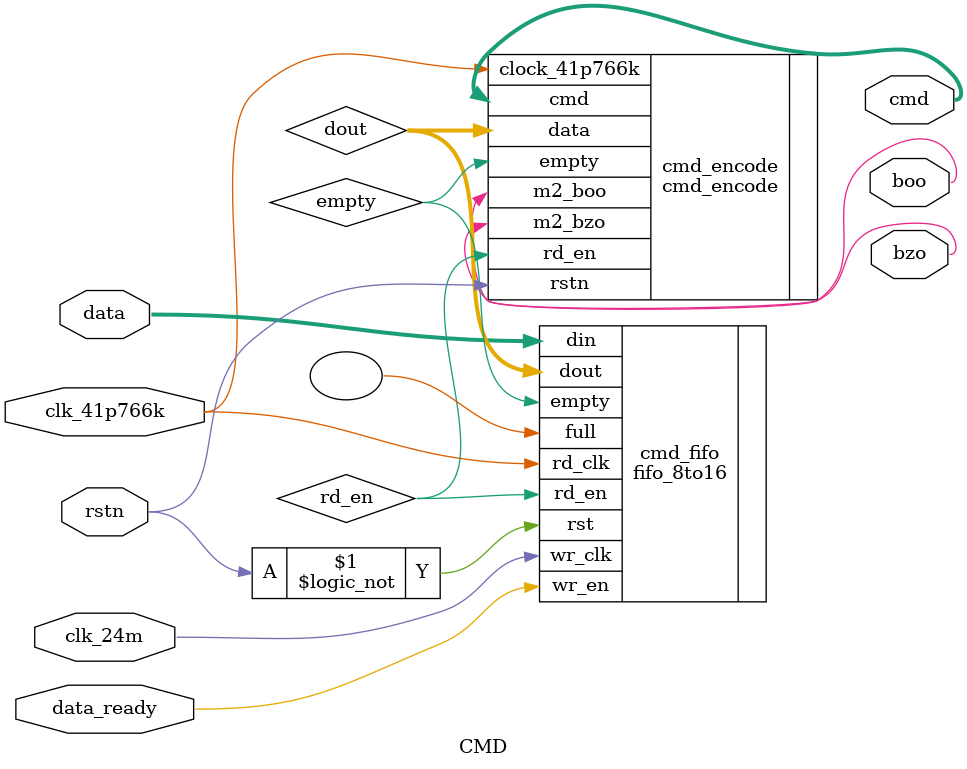
<source format=v>
`timescale 1ns / 1ps
module CMD(
	input rstn,
	input clk_24m,
	input clk_41p766k,
	
	input [7:0]data,
	input data_ready,
	
	output [15:0] cmd,
	output bzo,
	output boo
    );

wire [15:0] dout;

fifo_8to16 cmd_fifo(
    .rst(!rstn),
    .wr_clk(clk_24m), 
    .rd_clk(clk_41p766k), 
    .din(data),
    .wr_en(data_ready), 
	 
    .rd_en(rd_en), 
    .dout(dout), 
    .full(), 
    .empty(empty) 
);

cmd_encode cmd_encode(
    .empty(empty), 
    .rstn(rstn), 
    .clock_41p766k(clk_41p766k), 
	 
    .data(dout), 
    .cmd(cmd), 
    .rd_en(rd_en), 
    .m2_bzo(bzo), 
    .m2_boo(boo)
    );
endmodule

</source>
